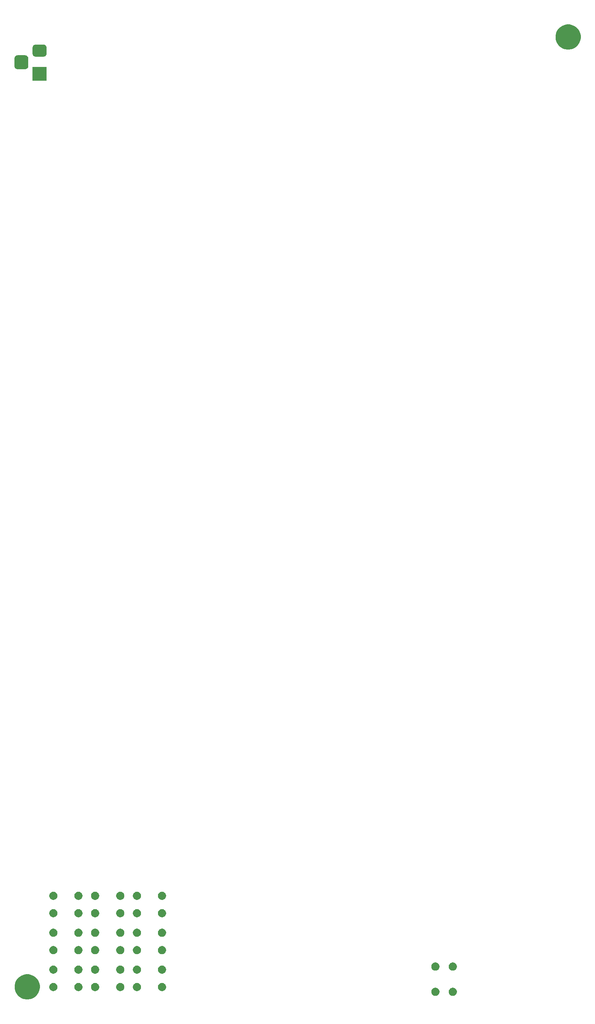
<source format=gbr>
G04 #@! TF.GenerationSoftware,KiCad,Pcbnew,(5.1.5)-3*
G04 #@! TF.CreationDate,2020-08-28T18:26:53+02:00*
G04 #@! TF.ProjectId,FetsAndCrosses,46657473-416e-4644-9372-6f737365732e,v0.1*
G04 #@! TF.SameCoordinates,Original*
G04 #@! TF.FileFunction,Soldermask,Bot*
G04 #@! TF.FilePolarity,Negative*
%FSLAX46Y46*%
G04 Gerber Fmt 4.6, Leading zero omitted, Abs format (unit mm)*
G04 Created by KiCad (PCBNEW (5.1.5)-3) date 2020-08-28 18:26:53*
%MOMM*%
%LPD*%
G04 APERTURE LIST*
%ADD10C,0.100000*%
G04 APERTURE END LIST*
D10*
G36*
X22859239Y-254621467D02*
G01*
X23173282Y-254683934D01*
X23764926Y-254929001D01*
X24297392Y-255284784D01*
X24750216Y-255737608D01*
X25105999Y-256270074D01*
X25351066Y-256861718D01*
X25351066Y-256861719D01*
X25476000Y-257489803D01*
X25476000Y-258130197D01*
X25449457Y-258263635D01*
X25351066Y-258758282D01*
X25105999Y-259349926D01*
X24750216Y-259882392D01*
X24297392Y-260335216D01*
X23764926Y-260690999D01*
X23173282Y-260936066D01*
X22859239Y-260998533D01*
X22545197Y-261061000D01*
X21904803Y-261061000D01*
X21590761Y-260998533D01*
X21276718Y-260936066D01*
X20685074Y-260690999D01*
X20152608Y-260335216D01*
X19699784Y-259882392D01*
X19344001Y-259349926D01*
X19098934Y-258758282D01*
X19000543Y-258263635D01*
X18974000Y-258130197D01*
X18974000Y-257489803D01*
X19098934Y-256861719D01*
X19098934Y-256861718D01*
X19344001Y-256270074D01*
X19699784Y-255737608D01*
X20152608Y-255284784D01*
X20685074Y-254929001D01*
X21276718Y-254683934D01*
X21590761Y-254621467D01*
X21904803Y-254559000D01*
X22545197Y-254559000D01*
X22859239Y-254621467D01*
G37*
G36*
X132441564Y-258069389D02*
G01*
X132632833Y-258148615D01*
X132632835Y-258148616D01*
X132724210Y-258209671D01*
X132804973Y-258263635D01*
X132951365Y-258410027D01*
X133066385Y-258582167D01*
X133145611Y-258773436D01*
X133186000Y-258976484D01*
X133186000Y-259183516D01*
X133145611Y-259386564D01*
X133114101Y-259462636D01*
X133066384Y-259577835D01*
X132951365Y-259749973D01*
X132804973Y-259896365D01*
X132632835Y-260011384D01*
X132632834Y-260011385D01*
X132632833Y-260011385D01*
X132441564Y-260090611D01*
X132238516Y-260131000D01*
X132031484Y-260131000D01*
X131828436Y-260090611D01*
X131637167Y-260011385D01*
X131637166Y-260011385D01*
X131637165Y-260011384D01*
X131465027Y-259896365D01*
X131318635Y-259749973D01*
X131203616Y-259577835D01*
X131155899Y-259462636D01*
X131124389Y-259386564D01*
X131084000Y-259183516D01*
X131084000Y-258976484D01*
X131124389Y-258773436D01*
X131203615Y-258582167D01*
X131318635Y-258410027D01*
X131465027Y-258263635D01*
X131545790Y-258209671D01*
X131637165Y-258148616D01*
X131637167Y-258148615D01*
X131828436Y-258069389D01*
X132031484Y-258029000D01*
X132238516Y-258029000D01*
X132441564Y-258069389D01*
G37*
G36*
X127941564Y-258069389D02*
G01*
X128132833Y-258148615D01*
X128132835Y-258148616D01*
X128224210Y-258209671D01*
X128304973Y-258263635D01*
X128451365Y-258410027D01*
X128566385Y-258582167D01*
X128645611Y-258773436D01*
X128686000Y-258976484D01*
X128686000Y-259183516D01*
X128645611Y-259386564D01*
X128614101Y-259462636D01*
X128566384Y-259577835D01*
X128451365Y-259749973D01*
X128304973Y-259896365D01*
X128132835Y-260011384D01*
X128132834Y-260011385D01*
X128132833Y-260011385D01*
X127941564Y-260090611D01*
X127738516Y-260131000D01*
X127531484Y-260131000D01*
X127328436Y-260090611D01*
X127137167Y-260011385D01*
X127137166Y-260011385D01*
X127137165Y-260011384D01*
X126965027Y-259896365D01*
X126818635Y-259749973D01*
X126703616Y-259577835D01*
X126655899Y-259462636D01*
X126624389Y-259386564D01*
X126584000Y-259183516D01*
X126584000Y-258976484D01*
X126624389Y-258773436D01*
X126703615Y-258582167D01*
X126818635Y-258410027D01*
X126965027Y-258263635D01*
X127045790Y-258209671D01*
X127137165Y-258148616D01*
X127137167Y-258148615D01*
X127328436Y-258069389D01*
X127531484Y-258029000D01*
X127738516Y-258029000D01*
X127941564Y-258069389D01*
G37*
G36*
X35762564Y-256854389D02*
G01*
X35953833Y-256933615D01*
X35953835Y-256933616D01*
X36125973Y-257048635D01*
X36272365Y-257195027D01*
X36387385Y-257367167D01*
X36466611Y-257558436D01*
X36507000Y-257761484D01*
X36507000Y-257968516D01*
X36466611Y-258171564D01*
X36429565Y-258261000D01*
X36387384Y-258362835D01*
X36272365Y-258534973D01*
X36125973Y-258681365D01*
X35953835Y-258796384D01*
X35953834Y-258796385D01*
X35953833Y-258796385D01*
X35762564Y-258875611D01*
X35559516Y-258916000D01*
X35352484Y-258916000D01*
X35149436Y-258875611D01*
X34958167Y-258796385D01*
X34958166Y-258796385D01*
X34958165Y-258796384D01*
X34786027Y-258681365D01*
X34639635Y-258534973D01*
X34524616Y-258362835D01*
X34482435Y-258261000D01*
X34445389Y-258171564D01*
X34405000Y-257968516D01*
X34405000Y-257761484D01*
X34445389Y-257558436D01*
X34524615Y-257367167D01*
X34639635Y-257195027D01*
X34786027Y-257048635D01*
X34958165Y-256933616D01*
X34958167Y-256933615D01*
X35149436Y-256854389D01*
X35352484Y-256814000D01*
X35559516Y-256814000D01*
X35762564Y-256854389D01*
G37*
G36*
X57352564Y-256854389D02*
G01*
X57543833Y-256933615D01*
X57543835Y-256933616D01*
X57715973Y-257048635D01*
X57862365Y-257195027D01*
X57977385Y-257367167D01*
X58056611Y-257558436D01*
X58097000Y-257761484D01*
X58097000Y-257968516D01*
X58056611Y-258171564D01*
X58019565Y-258261000D01*
X57977384Y-258362835D01*
X57862365Y-258534973D01*
X57715973Y-258681365D01*
X57543835Y-258796384D01*
X57543834Y-258796385D01*
X57543833Y-258796385D01*
X57352564Y-258875611D01*
X57149516Y-258916000D01*
X56942484Y-258916000D01*
X56739436Y-258875611D01*
X56548167Y-258796385D01*
X56548166Y-258796385D01*
X56548165Y-258796384D01*
X56376027Y-258681365D01*
X56229635Y-258534973D01*
X56114616Y-258362835D01*
X56072435Y-258261000D01*
X56035389Y-258171564D01*
X55995000Y-257968516D01*
X55995000Y-257761484D01*
X56035389Y-257558436D01*
X56114615Y-257367167D01*
X56229635Y-257195027D01*
X56376027Y-257048635D01*
X56548165Y-256933616D01*
X56548167Y-256933615D01*
X56739436Y-256854389D01*
X56942484Y-256814000D01*
X57149516Y-256814000D01*
X57352564Y-256854389D01*
G37*
G36*
X50852564Y-256854389D02*
G01*
X51043833Y-256933615D01*
X51043835Y-256933616D01*
X51215973Y-257048635D01*
X51362365Y-257195027D01*
X51477385Y-257367167D01*
X51556611Y-257558436D01*
X51597000Y-257761484D01*
X51597000Y-257968516D01*
X51556611Y-258171564D01*
X51519565Y-258261000D01*
X51477384Y-258362835D01*
X51362365Y-258534973D01*
X51215973Y-258681365D01*
X51043835Y-258796384D01*
X51043834Y-258796385D01*
X51043833Y-258796385D01*
X50852564Y-258875611D01*
X50649516Y-258916000D01*
X50442484Y-258916000D01*
X50239436Y-258875611D01*
X50048167Y-258796385D01*
X50048166Y-258796385D01*
X50048165Y-258796384D01*
X49876027Y-258681365D01*
X49729635Y-258534973D01*
X49614616Y-258362835D01*
X49572435Y-258261000D01*
X49535389Y-258171564D01*
X49495000Y-257968516D01*
X49495000Y-257761484D01*
X49535389Y-257558436D01*
X49614615Y-257367167D01*
X49729635Y-257195027D01*
X49876027Y-257048635D01*
X50048165Y-256933616D01*
X50048167Y-256933615D01*
X50239436Y-256854389D01*
X50442484Y-256814000D01*
X50649516Y-256814000D01*
X50852564Y-256854389D01*
G37*
G36*
X40057564Y-256854389D02*
G01*
X40248833Y-256933615D01*
X40248835Y-256933616D01*
X40420973Y-257048635D01*
X40567365Y-257195027D01*
X40682385Y-257367167D01*
X40761611Y-257558436D01*
X40802000Y-257761484D01*
X40802000Y-257968516D01*
X40761611Y-258171564D01*
X40724565Y-258261000D01*
X40682384Y-258362835D01*
X40567365Y-258534973D01*
X40420973Y-258681365D01*
X40248835Y-258796384D01*
X40248834Y-258796385D01*
X40248833Y-258796385D01*
X40057564Y-258875611D01*
X39854516Y-258916000D01*
X39647484Y-258916000D01*
X39444436Y-258875611D01*
X39253167Y-258796385D01*
X39253166Y-258796385D01*
X39253165Y-258796384D01*
X39081027Y-258681365D01*
X38934635Y-258534973D01*
X38819616Y-258362835D01*
X38777435Y-258261000D01*
X38740389Y-258171564D01*
X38700000Y-257968516D01*
X38700000Y-257761484D01*
X38740389Y-257558436D01*
X38819615Y-257367167D01*
X38934635Y-257195027D01*
X39081027Y-257048635D01*
X39253165Y-256933616D01*
X39253167Y-256933615D01*
X39444436Y-256854389D01*
X39647484Y-256814000D01*
X39854516Y-256814000D01*
X40057564Y-256854389D01*
G37*
G36*
X46557564Y-256854389D02*
G01*
X46748833Y-256933615D01*
X46748835Y-256933616D01*
X46920973Y-257048635D01*
X47067365Y-257195027D01*
X47182385Y-257367167D01*
X47261611Y-257558436D01*
X47302000Y-257761484D01*
X47302000Y-257968516D01*
X47261611Y-258171564D01*
X47224565Y-258261000D01*
X47182384Y-258362835D01*
X47067365Y-258534973D01*
X46920973Y-258681365D01*
X46748835Y-258796384D01*
X46748834Y-258796385D01*
X46748833Y-258796385D01*
X46557564Y-258875611D01*
X46354516Y-258916000D01*
X46147484Y-258916000D01*
X45944436Y-258875611D01*
X45753167Y-258796385D01*
X45753166Y-258796385D01*
X45753165Y-258796384D01*
X45581027Y-258681365D01*
X45434635Y-258534973D01*
X45319616Y-258362835D01*
X45277435Y-258261000D01*
X45240389Y-258171564D01*
X45200000Y-257968516D01*
X45200000Y-257761484D01*
X45240389Y-257558436D01*
X45319615Y-257367167D01*
X45434635Y-257195027D01*
X45581027Y-257048635D01*
X45753165Y-256933616D01*
X45753167Y-256933615D01*
X45944436Y-256854389D01*
X46147484Y-256814000D01*
X46354516Y-256814000D01*
X46557564Y-256854389D01*
G37*
G36*
X29262564Y-256854389D02*
G01*
X29453833Y-256933615D01*
X29453835Y-256933616D01*
X29625973Y-257048635D01*
X29772365Y-257195027D01*
X29887385Y-257367167D01*
X29966611Y-257558436D01*
X30007000Y-257761484D01*
X30007000Y-257968516D01*
X29966611Y-258171564D01*
X29929565Y-258261000D01*
X29887384Y-258362835D01*
X29772365Y-258534973D01*
X29625973Y-258681365D01*
X29453835Y-258796384D01*
X29453834Y-258796385D01*
X29453833Y-258796385D01*
X29262564Y-258875611D01*
X29059516Y-258916000D01*
X28852484Y-258916000D01*
X28649436Y-258875611D01*
X28458167Y-258796385D01*
X28458166Y-258796385D01*
X28458165Y-258796384D01*
X28286027Y-258681365D01*
X28139635Y-258534973D01*
X28024616Y-258362835D01*
X27982435Y-258261000D01*
X27945389Y-258171564D01*
X27905000Y-257968516D01*
X27905000Y-257761484D01*
X27945389Y-257558436D01*
X28024615Y-257367167D01*
X28139635Y-257195027D01*
X28286027Y-257048635D01*
X28458165Y-256933616D01*
X28458167Y-256933615D01*
X28649436Y-256854389D01*
X28852484Y-256814000D01*
X29059516Y-256814000D01*
X29262564Y-256854389D01*
G37*
G36*
X57352564Y-252354389D02*
G01*
X57543833Y-252433615D01*
X57543835Y-252433616D01*
X57607991Y-252476484D01*
X57715973Y-252548635D01*
X57862365Y-252695027D01*
X57977385Y-252867167D01*
X58056611Y-253058436D01*
X58097000Y-253261484D01*
X58097000Y-253468516D01*
X58056611Y-253671564D01*
X57977385Y-253862833D01*
X57977384Y-253862835D01*
X57862365Y-254034973D01*
X57715973Y-254181365D01*
X57543835Y-254296384D01*
X57543834Y-254296385D01*
X57543833Y-254296385D01*
X57352564Y-254375611D01*
X57149516Y-254416000D01*
X56942484Y-254416000D01*
X56739436Y-254375611D01*
X56548167Y-254296385D01*
X56548166Y-254296385D01*
X56548165Y-254296384D01*
X56376027Y-254181365D01*
X56229635Y-254034973D01*
X56114616Y-253862835D01*
X56114615Y-253862833D01*
X56035389Y-253671564D01*
X55995000Y-253468516D01*
X55995000Y-253261484D01*
X56035389Y-253058436D01*
X56114615Y-252867167D01*
X56229635Y-252695027D01*
X56376027Y-252548635D01*
X56484009Y-252476484D01*
X56548165Y-252433616D01*
X56548167Y-252433615D01*
X56739436Y-252354389D01*
X56942484Y-252314000D01*
X57149516Y-252314000D01*
X57352564Y-252354389D01*
G37*
G36*
X35762564Y-252354389D02*
G01*
X35953833Y-252433615D01*
X35953835Y-252433616D01*
X36017991Y-252476484D01*
X36125973Y-252548635D01*
X36272365Y-252695027D01*
X36387385Y-252867167D01*
X36466611Y-253058436D01*
X36507000Y-253261484D01*
X36507000Y-253468516D01*
X36466611Y-253671564D01*
X36387385Y-253862833D01*
X36387384Y-253862835D01*
X36272365Y-254034973D01*
X36125973Y-254181365D01*
X35953835Y-254296384D01*
X35953834Y-254296385D01*
X35953833Y-254296385D01*
X35762564Y-254375611D01*
X35559516Y-254416000D01*
X35352484Y-254416000D01*
X35149436Y-254375611D01*
X34958167Y-254296385D01*
X34958166Y-254296385D01*
X34958165Y-254296384D01*
X34786027Y-254181365D01*
X34639635Y-254034973D01*
X34524616Y-253862835D01*
X34524615Y-253862833D01*
X34445389Y-253671564D01*
X34405000Y-253468516D01*
X34405000Y-253261484D01*
X34445389Y-253058436D01*
X34524615Y-252867167D01*
X34639635Y-252695027D01*
X34786027Y-252548635D01*
X34894009Y-252476484D01*
X34958165Y-252433616D01*
X34958167Y-252433615D01*
X35149436Y-252354389D01*
X35352484Y-252314000D01*
X35559516Y-252314000D01*
X35762564Y-252354389D01*
G37*
G36*
X40057564Y-252354389D02*
G01*
X40248833Y-252433615D01*
X40248835Y-252433616D01*
X40312991Y-252476484D01*
X40420973Y-252548635D01*
X40567365Y-252695027D01*
X40682385Y-252867167D01*
X40761611Y-253058436D01*
X40802000Y-253261484D01*
X40802000Y-253468516D01*
X40761611Y-253671564D01*
X40682385Y-253862833D01*
X40682384Y-253862835D01*
X40567365Y-254034973D01*
X40420973Y-254181365D01*
X40248835Y-254296384D01*
X40248834Y-254296385D01*
X40248833Y-254296385D01*
X40057564Y-254375611D01*
X39854516Y-254416000D01*
X39647484Y-254416000D01*
X39444436Y-254375611D01*
X39253167Y-254296385D01*
X39253166Y-254296385D01*
X39253165Y-254296384D01*
X39081027Y-254181365D01*
X38934635Y-254034973D01*
X38819616Y-253862835D01*
X38819615Y-253862833D01*
X38740389Y-253671564D01*
X38700000Y-253468516D01*
X38700000Y-253261484D01*
X38740389Y-253058436D01*
X38819615Y-252867167D01*
X38934635Y-252695027D01*
X39081027Y-252548635D01*
X39189009Y-252476484D01*
X39253165Y-252433616D01*
X39253167Y-252433615D01*
X39444436Y-252354389D01*
X39647484Y-252314000D01*
X39854516Y-252314000D01*
X40057564Y-252354389D01*
G37*
G36*
X46557564Y-252354389D02*
G01*
X46748833Y-252433615D01*
X46748835Y-252433616D01*
X46812991Y-252476484D01*
X46920973Y-252548635D01*
X47067365Y-252695027D01*
X47182385Y-252867167D01*
X47261611Y-253058436D01*
X47302000Y-253261484D01*
X47302000Y-253468516D01*
X47261611Y-253671564D01*
X47182385Y-253862833D01*
X47182384Y-253862835D01*
X47067365Y-254034973D01*
X46920973Y-254181365D01*
X46748835Y-254296384D01*
X46748834Y-254296385D01*
X46748833Y-254296385D01*
X46557564Y-254375611D01*
X46354516Y-254416000D01*
X46147484Y-254416000D01*
X45944436Y-254375611D01*
X45753167Y-254296385D01*
X45753166Y-254296385D01*
X45753165Y-254296384D01*
X45581027Y-254181365D01*
X45434635Y-254034973D01*
X45319616Y-253862835D01*
X45319615Y-253862833D01*
X45240389Y-253671564D01*
X45200000Y-253468516D01*
X45200000Y-253261484D01*
X45240389Y-253058436D01*
X45319615Y-252867167D01*
X45434635Y-252695027D01*
X45581027Y-252548635D01*
X45689009Y-252476484D01*
X45753165Y-252433616D01*
X45753167Y-252433615D01*
X45944436Y-252354389D01*
X46147484Y-252314000D01*
X46354516Y-252314000D01*
X46557564Y-252354389D01*
G37*
G36*
X29262564Y-252354389D02*
G01*
X29453833Y-252433615D01*
X29453835Y-252433616D01*
X29517991Y-252476484D01*
X29625973Y-252548635D01*
X29772365Y-252695027D01*
X29887385Y-252867167D01*
X29966611Y-253058436D01*
X30007000Y-253261484D01*
X30007000Y-253468516D01*
X29966611Y-253671564D01*
X29887385Y-253862833D01*
X29887384Y-253862835D01*
X29772365Y-254034973D01*
X29625973Y-254181365D01*
X29453835Y-254296384D01*
X29453834Y-254296385D01*
X29453833Y-254296385D01*
X29262564Y-254375611D01*
X29059516Y-254416000D01*
X28852484Y-254416000D01*
X28649436Y-254375611D01*
X28458167Y-254296385D01*
X28458166Y-254296385D01*
X28458165Y-254296384D01*
X28286027Y-254181365D01*
X28139635Y-254034973D01*
X28024616Y-253862835D01*
X28024615Y-253862833D01*
X27945389Y-253671564D01*
X27905000Y-253468516D01*
X27905000Y-253261484D01*
X27945389Y-253058436D01*
X28024615Y-252867167D01*
X28139635Y-252695027D01*
X28286027Y-252548635D01*
X28394009Y-252476484D01*
X28458165Y-252433616D01*
X28458167Y-252433615D01*
X28649436Y-252354389D01*
X28852484Y-252314000D01*
X29059516Y-252314000D01*
X29262564Y-252354389D01*
G37*
G36*
X50852564Y-252354389D02*
G01*
X51043833Y-252433615D01*
X51043835Y-252433616D01*
X51107991Y-252476484D01*
X51215973Y-252548635D01*
X51362365Y-252695027D01*
X51477385Y-252867167D01*
X51556611Y-253058436D01*
X51597000Y-253261484D01*
X51597000Y-253468516D01*
X51556611Y-253671564D01*
X51477385Y-253862833D01*
X51477384Y-253862835D01*
X51362365Y-254034973D01*
X51215973Y-254181365D01*
X51043835Y-254296384D01*
X51043834Y-254296385D01*
X51043833Y-254296385D01*
X50852564Y-254375611D01*
X50649516Y-254416000D01*
X50442484Y-254416000D01*
X50239436Y-254375611D01*
X50048167Y-254296385D01*
X50048166Y-254296385D01*
X50048165Y-254296384D01*
X49876027Y-254181365D01*
X49729635Y-254034973D01*
X49614616Y-253862835D01*
X49614615Y-253862833D01*
X49535389Y-253671564D01*
X49495000Y-253468516D01*
X49495000Y-253261484D01*
X49535389Y-253058436D01*
X49614615Y-252867167D01*
X49729635Y-252695027D01*
X49876027Y-252548635D01*
X49984009Y-252476484D01*
X50048165Y-252433616D01*
X50048167Y-252433615D01*
X50239436Y-252354389D01*
X50442484Y-252314000D01*
X50649516Y-252314000D01*
X50852564Y-252354389D01*
G37*
G36*
X127941564Y-251569389D02*
G01*
X128132833Y-251648615D01*
X128132835Y-251648616D01*
X128304973Y-251763635D01*
X128451365Y-251910027D01*
X128566385Y-252082167D01*
X128645611Y-252273436D01*
X128686000Y-252476484D01*
X128686000Y-252683516D01*
X128645611Y-252886564D01*
X128574420Y-253058435D01*
X128566384Y-253077835D01*
X128451365Y-253249973D01*
X128304973Y-253396365D01*
X128132835Y-253511384D01*
X128132834Y-253511385D01*
X128132833Y-253511385D01*
X127941564Y-253590611D01*
X127738516Y-253631000D01*
X127531484Y-253631000D01*
X127328436Y-253590611D01*
X127137167Y-253511385D01*
X127137166Y-253511385D01*
X127137165Y-253511384D01*
X126965027Y-253396365D01*
X126818635Y-253249973D01*
X126703616Y-253077835D01*
X126695580Y-253058435D01*
X126624389Y-252886564D01*
X126584000Y-252683516D01*
X126584000Y-252476484D01*
X126624389Y-252273436D01*
X126703615Y-252082167D01*
X126818635Y-251910027D01*
X126965027Y-251763635D01*
X127137165Y-251648616D01*
X127137167Y-251648615D01*
X127328436Y-251569389D01*
X127531484Y-251529000D01*
X127738516Y-251529000D01*
X127941564Y-251569389D01*
G37*
G36*
X132441564Y-251569389D02*
G01*
X132632833Y-251648615D01*
X132632835Y-251648616D01*
X132804973Y-251763635D01*
X132951365Y-251910027D01*
X133066385Y-252082167D01*
X133145611Y-252273436D01*
X133186000Y-252476484D01*
X133186000Y-252683516D01*
X133145611Y-252886564D01*
X133074420Y-253058435D01*
X133066384Y-253077835D01*
X132951365Y-253249973D01*
X132804973Y-253396365D01*
X132632835Y-253511384D01*
X132632834Y-253511385D01*
X132632833Y-253511385D01*
X132441564Y-253590611D01*
X132238516Y-253631000D01*
X132031484Y-253631000D01*
X131828436Y-253590611D01*
X131637167Y-253511385D01*
X131637166Y-253511385D01*
X131637165Y-253511384D01*
X131465027Y-253396365D01*
X131318635Y-253249973D01*
X131203616Y-253077835D01*
X131195580Y-253058435D01*
X131124389Y-252886564D01*
X131084000Y-252683516D01*
X131084000Y-252476484D01*
X131124389Y-252273436D01*
X131203615Y-252082167D01*
X131318635Y-251910027D01*
X131465027Y-251763635D01*
X131637165Y-251648616D01*
X131637167Y-251648615D01*
X131828436Y-251569389D01*
X132031484Y-251529000D01*
X132238516Y-251529000D01*
X132441564Y-251569389D01*
G37*
G36*
X35762564Y-247329389D02*
G01*
X35953833Y-247408615D01*
X35953835Y-247408616D01*
X36125973Y-247523635D01*
X36272365Y-247670027D01*
X36387385Y-247842167D01*
X36466611Y-248033436D01*
X36507000Y-248236484D01*
X36507000Y-248443516D01*
X36466611Y-248646564D01*
X36387385Y-248837833D01*
X36387384Y-248837835D01*
X36272365Y-249009973D01*
X36125973Y-249156365D01*
X35953835Y-249271384D01*
X35953834Y-249271385D01*
X35953833Y-249271385D01*
X35762564Y-249350611D01*
X35559516Y-249391000D01*
X35352484Y-249391000D01*
X35149436Y-249350611D01*
X34958167Y-249271385D01*
X34958166Y-249271385D01*
X34958165Y-249271384D01*
X34786027Y-249156365D01*
X34639635Y-249009973D01*
X34524616Y-248837835D01*
X34524615Y-248837833D01*
X34445389Y-248646564D01*
X34405000Y-248443516D01*
X34405000Y-248236484D01*
X34445389Y-248033436D01*
X34524615Y-247842167D01*
X34639635Y-247670027D01*
X34786027Y-247523635D01*
X34958165Y-247408616D01*
X34958167Y-247408615D01*
X35149436Y-247329389D01*
X35352484Y-247289000D01*
X35559516Y-247289000D01*
X35762564Y-247329389D01*
G37*
G36*
X40057564Y-247329389D02*
G01*
X40248833Y-247408615D01*
X40248835Y-247408616D01*
X40420973Y-247523635D01*
X40567365Y-247670027D01*
X40682385Y-247842167D01*
X40761611Y-248033436D01*
X40802000Y-248236484D01*
X40802000Y-248443516D01*
X40761611Y-248646564D01*
X40682385Y-248837833D01*
X40682384Y-248837835D01*
X40567365Y-249009973D01*
X40420973Y-249156365D01*
X40248835Y-249271384D01*
X40248834Y-249271385D01*
X40248833Y-249271385D01*
X40057564Y-249350611D01*
X39854516Y-249391000D01*
X39647484Y-249391000D01*
X39444436Y-249350611D01*
X39253167Y-249271385D01*
X39253166Y-249271385D01*
X39253165Y-249271384D01*
X39081027Y-249156365D01*
X38934635Y-249009973D01*
X38819616Y-248837835D01*
X38819615Y-248837833D01*
X38740389Y-248646564D01*
X38700000Y-248443516D01*
X38700000Y-248236484D01*
X38740389Y-248033436D01*
X38819615Y-247842167D01*
X38934635Y-247670027D01*
X39081027Y-247523635D01*
X39253165Y-247408616D01*
X39253167Y-247408615D01*
X39444436Y-247329389D01*
X39647484Y-247289000D01*
X39854516Y-247289000D01*
X40057564Y-247329389D01*
G37*
G36*
X29262564Y-247329389D02*
G01*
X29453833Y-247408615D01*
X29453835Y-247408616D01*
X29625973Y-247523635D01*
X29772365Y-247670027D01*
X29887385Y-247842167D01*
X29966611Y-248033436D01*
X30007000Y-248236484D01*
X30007000Y-248443516D01*
X29966611Y-248646564D01*
X29887385Y-248837833D01*
X29887384Y-248837835D01*
X29772365Y-249009973D01*
X29625973Y-249156365D01*
X29453835Y-249271384D01*
X29453834Y-249271385D01*
X29453833Y-249271385D01*
X29262564Y-249350611D01*
X29059516Y-249391000D01*
X28852484Y-249391000D01*
X28649436Y-249350611D01*
X28458167Y-249271385D01*
X28458166Y-249271385D01*
X28458165Y-249271384D01*
X28286027Y-249156365D01*
X28139635Y-249009973D01*
X28024616Y-248837835D01*
X28024615Y-248837833D01*
X27945389Y-248646564D01*
X27905000Y-248443516D01*
X27905000Y-248236484D01*
X27945389Y-248033436D01*
X28024615Y-247842167D01*
X28139635Y-247670027D01*
X28286027Y-247523635D01*
X28458165Y-247408616D01*
X28458167Y-247408615D01*
X28649436Y-247329389D01*
X28852484Y-247289000D01*
X29059516Y-247289000D01*
X29262564Y-247329389D01*
G37*
G36*
X57352564Y-247329389D02*
G01*
X57543833Y-247408615D01*
X57543835Y-247408616D01*
X57715973Y-247523635D01*
X57862365Y-247670027D01*
X57977385Y-247842167D01*
X58056611Y-248033436D01*
X58097000Y-248236484D01*
X58097000Y-248443516D01*
X58056611Y-248646564D01*
X57977385Y-248837833D01*
X57977384Y-248837835D01*
X57862365Y-249009973D01*
X57715973Y-249156365D01*
X57543835Y-249271384D01*
X57543834Y-249271385D01*
X57543833Y-249271385D01*
X57352564Y-249350611D01*
X57149516Y-249391000D01*
X56942484Y-249391000D01*
X56739436Y-249350611D01*
X56548167Y-249271385D01*
X56548166Y-249271385D01*
X56548165Y-249271384D01*
X56376027Y-249156365D01*
X56229635Y-249009973D01*
X56114616Y-248837835D01*
X56114615Y-248837833D01*
X56035389Y-248646564D01*
X55995000Y-248443516D01*
X55995000Y-248236484D01*
X56035389Y-248033436D01*
X56114615Y-247842167D01*
X56229635Y-247670027D01*
X56376027Y-247523635D01*
X56548165Y-247408616D01*
X56548167Y-247408615D01*
X56739436Y-247329389D01*
X56942484Y-247289000D01*
X57149516Y-247289000D01*
X57352564Y-247329389D01*
G37*
G36*
X50852564Y-247329389D02*
G01*
X51043833Y-247408615D01*
X51043835Y-247408616D01*
X51215973Y-247523635D01*
X51362365Y-247670027D01*
X51477385Y-247842167D01*
X51556611Y-248033436D01*
X51597000Y-248236484D01*
X51597000Y-248443516D01*
X51556611Y-248646564D01*
X51477385Y-248837833D01*
X51477384Y-248837835D01*
X51362365Y-249009973D01*
X51215973Y-249156365D01*
X51043835Y-249271384D01*
X51043834Y-249271385D01*
X51043833Y-249271385D01*
X50852564Y-249350611D01*
X50649516Y-249391000D01*
X50442484Y-249391000D01*
X50239436Y-249350611D01*
X50048167Y-249271385D01*
X50048166Y-249271385D01*
X50048165Y-249271384D01*
X49876027Y-249156365D01*
X49729635Y-249009973D01*
X49614616Y-248837835D01*
X49614615Y-248837833D01*
X49535389Y-248646564D01*
X49495000Y-248443516D01*
X49495000Y-248236484D01*
X49535389Y-248033436D01*
X49614615Y-247842167D01*
X49729635Y-247670027D01*
X49876027Y-247523635D01*
X50048165Y-247408616D01*
X50048167Y-247408615D01*
X50239436Y-247329389D01*
X50442484Y-247289000D01*
X50649516Y-247289000D01*
X50852564Y-247329389D01*
G37*
G36*
X46557564Y-247329389D02*
G01*
X46748833Y-247408615D01*
X46748835Y-247408616D01*
X46920973Y-247523635D01*
X47067365Y-247670027D01*
X47182385Y-247842167D01*
X47261611Y-248033436D01*
X47302000Y-248236484D01*
X47302000Y-248443516D01*
X47261611Y-248646564D01*
X47182385Y-248837833D01*
X47182384Y-248837835D01*
X47067365Y-249009973D01*
X46920973Y-249156365D01*
X46748835Y-249271384D01*
X46748834Y-249271385D01*
X46748833Y-249271385D01*
X46557564Y-249350611D01*
X46354516Y-249391000D01*
X46147484Y-249391000D01*
X45944436Y-249350611D01*
X45753167Y-249271385D01*
X45753166Y-249271385D01*
X45753165Y-249271384D01*
X45581027Y-249156365D01*
X45434635Y-249009973D01*
X45319616Y-248837835D01*
X45319615Y-248837833D01*
X45240389Y-248646564D01*
X45200000Y-248443516D01*
X45200000Y-248236484D01*
X45240389Y-248033436D01*
X45319615Y-247842167D01*
X45434635Y-247670027D01*
X45581027Y-247523635D01*
X45753165Y-247408616D01*
X45753167Y-247408615D01*
X45944436Y-247329389D01*
X46147484Y-247289000D01*
X46354516Y-247289000D01*
X46557564Y-247329389D01*
G37*
G36*
X40057564Y-242829389D02*
G01*
X40248833Y-242908615D01*
X40248835Y-242908616D01*
X40420973Y-243023635D01*
X40567365Y-243170027D01*
X40682385Y-243342167D01*
X40761611Y-243533436D01*
X40802000Y-243736484D01*
X40802000Y-243943516D01*
X40761611Y-244146564D01*
X40682385Y-244337833D01*
X40682384Y-244337835D01*
X40567365Y-244509973D01*
X40420973Y-244656365D01*
X40248835Y-244771384D01*
X40248834Y-244771385D01*
X40248833Y-244771385D01*
X40057564Y-244850611D01*
X39854516Y-244891000D01*
X39647484Y-244891000D01*
X39444436Y-244850611D01*
X39253167Y-244771385D01*
X39253166Y-244771385D01*
X39253165Y-244771384D01*
X39081027Y-244656365D01*
X38934635Y-244509973D01*
X38819616Y-244337835D01*
X38819615Y-244337833D01*
X38740389Y-244146564D01*
X38700000Y-243943516D01*
X38700000Y-243736484D01*
X38740389Y-243533436D01*
X38819615Y-243342167D01*
X38934635Y-243170027D01*
X39081027Y-243023635D01*
X39253165Y-242908616D01*
X39253167Y-242908615D01*
X39444436Y-242829389D01*
X39647484Y-242789000D01*
X39854516Y-242789000D01*
X40057564Y-242829389D01*
G37*
G36*
X29262564Y-242829389D02*
G01*
X29453833Y-242908615D01*
X29453835Y-242908616D01*
X29625973Y-243023635D01*
X29772365Y-243170027D01*
X29887385Y-243342167D01*
X29966611Y-243533436D01*
X30007000Y-243736484D01*
X30007000Y-243943516D01*
X29966611Y-244146564D01*
X29887385Y-244337833D01*
X29887384Y-244337835D01*
X29772365Y-244509973D01*
X29625973Y-244656365D01*
X29453835Y-244771384D01*
X29453834Y-244771385D01*
X29453833Y-244771385D01*
X29262564Y-244850611D01*
X29059516Y-244891000D01*
X28852484Y-244891000D01*
X28649436Y-244850611D01*
X28458167Y-244771385D01*
X28458166Y-244771385D01*
X28458165Y-244771384D01*
X28286027Y-244656365D01*
X28139635Y-244509973D01*
X28024616Y-244337835D01*
X28024615Y-244337833D01*
X27945389Y-244146564D01*
X27905000Y-243943516D01*
X27905000Y-243736484D01*
X27945389Y-243533436D01*
X28024615Y-243342167D01*
X28139635Y-243170027D01*
X28286027Y-243023635D01*
X28458165Y-242908616D01*
X28458167Y-242908615D01*
X28649436Y-242829389D01*
X28852484Y-242789000D01*
X29059516Y-242789000D01*
X29262564Y-242829389D01*
G37*
G36*
X46557564Y-242829389D02*
G01*
X46748833Y-242908615D01*
X46748835Y-242908616D01*
X46920973Y-243023635D01*
X47067365Y-243170027D01*
X47182385Y-243342167D01*
X47261611Y-243533436D01*
X47302000Y-243736484D01*
X47302000Y-243943516D01*
X47261611Y-244146564D01*
X47182385Y-244337833D01*
X47182384Y-244337835D01*
X47067365Y-244509973D01*
X46920973Y-244656365D01*
X46748835Y-244771384D01*
X46748834Y-244771385D01*
X46748833Y-244771385D01*
X46557564Y-244850611D01*
X46354516Y-244891000D01*
X46147484Y-244891000D01*
X45944436Y-244850611D01*
X45753167Y-244771385D01*
X45753166Y-244771385D01*
X45753165Y-244771384D01*
X45581027Y-244656365D01*
X45434635Y-244509973D01*
X45319616Y-244337835D01*
X45319615Y-244337833D01*
X45240389Y-244146564D01*
X45200000Y-243943516D01*
X45200000Y-243736484D01*
X45240389Y-243533436D01*
X45319615Y-243342167D01*
X45434635Y-243170027D01*
X45581027Y-243023635D01*
X45753165Y-242908616D01*
X45753167Y-242908615D01*
X45944436Y-242829389D01*
X46147484Y-242789000D01*
X46354516Y-242789000D01*
X46557564Y-242829389D01*
G37*
G36*
X35762564Y-242829389D02*
G01*
X35953833Y-242908615D01*
X35953835Y-242908616D01*
X36125973Y-243023635D01*
X36272365Y-243170027D01*
X36387385Y-243342167D01*
X36466611Y-243533436D01*
X36507000Y-243736484D01*
X36507000Y-243943516D01*
X36466611Y-244146564D01*
X36387385Y-244337833D01*
X36387384Y-244337835D01*
X36272365Y-244509973D01*
X36125973Y-244656365D01*
X35953835Y-244771384D01*
X35953834Y-244771385D01*
X35953833Y-244771385D01*
X35762564Y-244850611D01*
X35559516Y-244891000D01*
X35352484Y-244891000D01*
X35149436Y-244850611D01*
X34958167Y-244771385D01*
X34958166Y-244771385D01*
X34958165Y-244771384D01*
X34786027Y-244656365D01*
X34639635Y-244509973D01*
X34524616Y-244337835D01*
X34524615Y-244337833D01*
X34445389Y-244146564D01*
X34405000Y-243943516D01*
X34405000Y-243736484D01*
X34445389Y-243533436D01*
X34524615Y-243342167D01*
X34639635Y-243170027D01*
X34786027Y-243023635D01*
X34958165Y-242908616D01*
X34958167Y-242908615D01*
X35149436Y-242829389D01*
X35352484Y-242789000D01*
X35559516Y-242789000D01*
X35762564Y-242829389D01*
G37*
G36*
X50852564Y-242829389D02*
G01*
X51043833Y-242908615D01*
X51043835Y-242908616D01*
X51215973Y-243023635D01*
X51362365Y-243170027D01*
X51477385Y-243342167D01*
X51556611Y-243533436D01*
X51597000Y-243736484D01*
X51597000Y-243943516D01*
X51556611Y-244146564D01*
X51477385Y-244337833D01*
X51477384Y-244337835D01*
X51362365Y-244509973D01*
X51215973Y-244656365D01*
X51043835Y-244771384D01*
X51043834Y-244771385D01*
X51043833Y-244771385D01*
X50852564Y-244850611D01*
X50649516Y-244891000D01*
X50442484Y-244891000D01*
X50239436Y-244850611D01*
X50048167Y-244771385D01*
X50048166Y-244771385D01*
X50048165Y-244771384D01*
X49876027Y-244656365D01*
X49729635Y-244509973D01*
X49614616Y-244337835D01*
X49614615Y-244337833D01*
X49535389Y-244146564D01*
X49495000Y-243943516D01*
X49495000Y-243736484D01*
X49535389Y-243533436D01*
X49614615Y-243342167D01*
X49729635Y-243170027D01*
X49876027Y-243023635D01*
X50048165Y-242908616D01*
X50048167Y-242908615D01*
X50239436Y-242829389D01*
X50442484Y-242789000D01*
X50649516Y-242789000D01*
X50852564Y-242829389D01*
G37*
G36*
X57352564Y-242829389D02*
G01*
X57543833Y-242908615D01*
X57543835Y-242908616D01*
X57715973Y-243023635D01*
X57862365Y-243170027D01*
X57977385Y-243342167D01*
X58056611Y-243533436D01*
X58097000Y-243736484D01*
X58097000Y-243943516D01*
X58056611Y-244146564D01*
X57977385Y-244337833D01*
X57977384Y-244337835D01*
X57862365Y-244509973D01*
X57715973Y-244656365D01*
X57543835Y-244771384D01*
X57543834Y-244771385D01*
X57543833Y-244771385D01*
X57352564Y-244850611D01*
X57149516Y-244891000D01*
X56942484Y-244891000D01*
X56739436Y-244850611D01*
X56548167Y-244771385D01*
X56548166Y-244771385D01*
X56548165Y-244771384D01*
X56376027Y-244656365D01*
X56229635Y-244509973D01*
X56114616Y-244337835D01*
X56114615Y-244337833D01*
X56035389Y-244146564D01*
X55995000Y-243943516D01*
X55995000Y-243736484D01*
X56035389Y-243533436D01*
X56114615Y-243342167D01*
X56229635Y-243170027D01*
X56376027Y-243023635D01*
X56548165Y-242908616D01*
X56548167Y-242908615D01*
X56739436Y-242829389D01*
X56942484Y-242789000D01*
X57149516Y-242789000D01*
X57352564Y-242829389D01*
G37*
G36*
X29262564Y-237804389D02*
G01*
X29453833Y-237883615D01*
X29453835Y-237883616D01*
X29625973Y-237998635D01*
X29772365Y-238145027D01*
X29887385Y-238317167D01*
X29966611Y-238508436D01*
X30007000Y-238711484D01*
X30007000Y-238918516D01*
X29966611Y-239121564D01*
X29887385Y-239312833D01*
X29887384Y-239312835D01*
X29772365Y-239484973D01*
X29625973Y-239631365D01*
X29453835Y-239746384D01*
X29453834Y-239746385D01*
X29453833Y-239746385D01*
X29262564Y-239825611D01*
X29059516Y-239866000D01*
X28852484Y-239866000D01*
X28649436Y-239825611D01*
X28458167Y-239746385D01*
X28458166Y-239746385D01*
X28458165Y-239746384D01*
X28286027Y-239631365D01*
X28139635Y-239484973D01*
X28024616Y-239312835D01*
X28024615Y-239312833D01*
X27945389Y-239121564D01*
X27905000Y-238918516D01*
X27905000Y-238711484D01*
X27945389Y-238508436D01*
X28024615Y-238317167D01*
X28139635Y-238145027D01*
X28286027Y-237998635D01*
X28458165Y-237883616D01*
X28458167Y-237883615D01*
X28649436Y-237804389D01*
X28852484Y-237764000D01*
X29059516Y-237764000D01*
X29262564Y-237804389D01*
G37*
G36*
X46557564Y-237804389D02*
G01*
X46748833Y-237883615D01*
X46748835Y-237883616D01*
X46920973Y-237998635D01*
X47067365Y-238145027D01*
X47182385Y-238317167D01*
X47261611Y-238508436D01*
X47302000Y-238711484D01*
X47302000Y-238918516D01*
X47261611Y-239121564D01*
X47182385Y-239312833D01*
X47182384Y-239312835D01*
X47067365Y-239484973D01*
X46920973Y-239631365D01*
X46748835Y-239746384D01*
X46748834Y-239746385D01*
X46748833Y-239746385D01*
X46557564Y-239825611D01*
X46354516Y-239866000D01*
X46147484Y-239866000D01*
X45944436Y-239825611D01*
X45753167Y-239746385D01*
X45753166Y-239746385D01*
X45753165Y-239746384D01*
X45581027Y-239631365D01*
X45434635Y-239484973D01*
X45319616Y-239312835D01*
X45319615Y-239312833D01*
X45240389Y-239121564D01*
X45200000Y-238918516D01*
X45200000Y-238711484D01*
X45240389Y-238508436D01*
X45319615Y-238317167D01*
X45434635Y-238145027D01*
X45581027Y-237998635D01*
X45753165Y-237883616D01*
X45753167Y-237883615D01*
X45944436Y-237804389D01*
X46147484Y-237764000D01*
X46354516Y-237764000D01*
X46557564Y-237804389D01*
G37*
G36*
X40057564Y-237804389D02*
G01*
X40248833Y-237883615D01*
X40248835Y-237883616D01*
X40420973Y-237998635D01*
X40567365Y-238145027D01*
X40682385Y-238317167D01*
X40761611Y-238508436D01*
X40802000Y-238711484D01*
X40802000Y-238918516D01*
X40761611Y-239121564D01*
X40682385Y-239312833D01*
X40682384Y-239312835D01*
X40567365Y-239484973D01*
X40420973Y-239631365D01*
X40248835Y-239746384D01*
X40248834Y-239746385D01*
X40248833Y-239746385D01*
X40057564Y-239825611D01*
X39854516Y-239866000D01*
X39647484Y-239866000D01*
X39444436Y-239825611D01*
X39253167Y-239746385D01*
X39253166Y-239746385D01*
X39253165Y-239746384D01*
X39081027Y-239631365D01*
X38934635Y-239484973D01*
X38819616Y-239312835D01*
X38819615Y-239312833D01*
X38740389Y-239121564D01*
X38700000Y-238918516D01*
X38700000Y-238711484D01*
X38740389Y-238508436D01*
X38819615Y-238317167D01*
X38934635Y-238145027D01*
X39081027Y-237998635D01*
X39253165Y-237883616D01*
X39253167Y-237883615D01*
X39444436Y-237804389D01*
X39647484Y-237764000D01*
X39854516Y-237764000D01*
X40057564Y-237804389D01*
G37*
G36*
X35762564Y-237804389D02*
G01*
X35953833Y-237883615D01*
X35953835Y-237883616D01*
X36125973Y-237998635D01*
X36272365Y-238145027D01*
X36387385Y-238317167D01*
X36466611Y-238508436D01*
X36507000Y-238711484D01*
X36507000Y-238918516D01*
X36466611Y-239121564D01*
X36387385Y-239312833D01*
X36387384Y-239312835D01*
X36272365Y-239484973D01*
X36125973Y-239631365D01*
X35953835Y-239746384D01*
X35953834Y-239746385D01*
X35953833Y-239746385D01*
X35762564Y-239825611D01*
X35559516Y-239866000D01*
X35352484Y-239866000D01*
X35149436Y-239825611D01*
X34958167Y-239746385D01*
X34958166Y-239746385D01*
X34958165Y-239746384D01*
X34786027Y-239631365D01*
X34639635Y-239484973D01*
X34524616Y-239312835D01*
X34524615Y-239312833D01*
X34445389Y-239121564D01*
X34405000Y-238918516D01*
X34405000Y-238711484D01*
X34445389Y-238508436D01*
X34524615Y-238317167D01*
X34639635Y-238145027D01*
X34786027Y-237998635D01*
X34958165Y-237883616D01*
X34958167Y-237883615D01*
X35149436Y-237804389D01*
X35352484Y-237764000D01*
X35559516Y-237764000D01*
X35762564Y-237804389D01*
G37*
G36*
X57352564Y-237804389D02*
G01*
X57543833Y-237883615D01*
X57543835Y-237883616D01*
X57715973Y-237998635D01*
X57862365Y-238145027D01*
X57977385Y-238317167D01*
X58056611Y-238508436D01*
X58097000Y-238711484D01*
X58097000Y-238918516D01*
X58056611Y-239121564D01*
X57977385Y-239312833D01*
X57977384Y-239312835D01*
X57862365Y-239484973D01*
X57715973Y-239631365D01*
X57543835Y-239746384D01*
X57543834Y-239746385D01*
X57543833Y-239746385D01*
X57352564Y-239825611D01*
X57149516Y-239866000D01*
X56942484Y-239866000D01*
X56739436Y-239825611D01*
X56548167Y-239746385D01*
X56548166Y-239746385D01*
X56548165Y-239746384D01*
X56376027Y-239631365D01*
X56229635Y-239484973D01*
X56114616Y-239312835D01*
X56114615Y-239312833D01*
X56035389Y-239121564D01*
X55995000Y-238918516D01*
X55995000Y-238711484D01*
X56035389Y-238508436D01*
X56114615Y-238317167D01*
X56229635Y-238145027D01*
X56376027Y-237998635D01*
X56548165Y-237883616D01*
X56548167Y-237883615D01*
X56739436Y-237804389D01*
X56942484Y-237764000D01*
X57149516Y-237764000D01*
X57352564Y-237804389D01*
G37*
G36*
X50852564Y-237804389D02*
G01*
X51043833Y-237883615D01*
X51043835Y-237883616D01*
X51215973Y-237998635D01*
X51362365Y-238145027D01*
X51477385Y-238317167D01*
X51556611Y-238508436D01*
X51597000Y-238711484D01*
X51597000Y-238918516D01*
X51556611Y-239121564D01*
X51477385Y-239312833D01*
X51477384Y-239312835D01*
X51362365Y-239484973D01*
X51215973Y-239631365D01*
X51043835Y-239746384D01*
X51043834Y-239746385D01*
X51043833Y-239746385D01*
X50852564Y-239825611D01*
X50649516Y-239866000D01*
X50442484Y-239866000D01*
X50239436Y-239825611D01*
X50048167Y-239746385D01*
X50048166Y-239746385D01*
X50048165Y-239746384D01*
X49876027Y-239631365D01*
X49729635Y-239484973D01*
X49614616Y-239312835D01*
X49614615Y-239312833D01*
X49535389Y-239121564D01*
X49495000Y-238918516D01*
X49495000Y-238711484D01*
X49535389Y-238508436D01*
X49614615Y-238317167D01*
X49729635Y-238145027D01*
X49876027Y-237998635D01*
X50048165Y-237883616D01*
X50048167Y-237883615D01*
X50239436Y-237804389D01*
X50442484Y-237764000D01*
X50649516Y-237764000D01*
X50852564Y-237804389D01*
G37*
G36*
X50852564Y-233304389D02*
G01*
X51043833Y-233383615D01*
X51043835Y-233383616D01*
X51215973Y-233498635D01*
X51362365Y-233645027D01*
X51477385Y-233817167D01*
X51556611Y-234008436D01*
X51597000Y-234211484D01*
X51597000Y-234418516D01*
X51556611Y-234621564D01*
X51477385Y-234812833D01*
X51477384Y-234812835D01*
X51362365Y-234984973D01*
X51215973Y-235131365D01*
X51043835Y-235246384D01*
X51043834Y-235246385D01*
X51043833Y-235246385D01*
X50852564Y-235325611D01*
X50649516Y-235366000D01*
X50442484Y-235366000D01*
X50239436Y-235325611D01*
X50048167Y-235246385D01*
X50048166Y-235246385D01*
X50048165Y-235246384D01*
X49876027Y-235131365D01*
X49729635Y-234984973D01*
X49614616Y-234812835D01*
X49614615Y-234812833D01*
X49535389Y-234621564D01*
X49495000Y-234418516D01*
X49495000Y-234211484D01*
X49535389Y-234008436D01*
X49614615Y-233817167D01*
X49729635Y-233645027D01*
X49876027Y-233498635D01*
X50048165Y-233383616D01*
X50048167Y-233383615D01*
X50239436Y-233304389D01*
X50442484Y-233264000D01*
X50649516Y-233264000D01*
X50852564Y-233304389D01*
G37*
G36*
X57352564Y-233304389D02*
G01*
X57543833Y-233383615D01*
X57543835Y-233383616D01*
X57715973Y-233498635D01*
X57862365Y-233645027D01*
X57977385Y-233817167D01*
X58056611Y-234008436D01*
X58097000Y-234211484D01*
X58097000Y-234418516D01*
X58056611Y-234621564D01*
X57977385Y-234812833D01*
X57977384Y-234812835D01*
X57862365Y-234984973D01*
X57715973Y-235131365D01*
X57543835Y-235246384D01*
X57543834Y-235246385D01*
X57543833Y-235246385D01*
X57352564Y-235325611D01*
X57149516Y-235366000D01*
X56942484Y-235366000D01*
X56739436Y-235325611D01*
X56548167Y-235246385D01*
X56548166Y-235246385D01*
X56548165Y-235246384D01*
X56376027Y-235131365D01*
X56229635Y-234984973D01*
X56114616Y-234812835D01*
X56114615Y-234812833D01*
X56035389Y-234621564D01*
X55995000Y-234418516D01*
X55995000Y-234211484D01*
X56035389Y-234008436D01*
X56114615Y-233817167D01*
X56229635Y-233645027D01*
X56376027Y-233498635D01*
X56548165Y-233383616D01*
X56548167Y-233383615D01*
X56739436Y-233304389D01*
X56942484Y-233264000D01*
X57149516Y-233264000D01*
X57352564Y-233304389D01*
G37*
G36*
X35762564Y-233304389D02*
G01*
X35953833Y-233383615D01*
X35953835Y-233383616D01*
X36125973Y-233498635D01*
X36272365Y-233645027D01*
X36387385Y-233817167D01*
X36466611Y-234008436D01*
X36507000Y-234211484D01*
X36507000Y-234418516D01*
X36466611Y-234621564D01*
X36387385Y-234812833D01*
X36387384Y-234812835D01*
X36272365Y-234984973D01*
X36125973Y-235131365D01*
X35953835Y-235246384D01*
X35953834Y-235246385D01*
X35953833Y-235246385D01*
X35762564Y-235325611D01*
X35559516Y-235366000D01*
X35352484Y-235366000D01*
X35149436Y-235325611D01*
X34958167Y-235246385D01*
X34958166Y-235246385D01*
X34958165Y-235246384D01*
X34786027Y-235131365D01*
X34639635Y-234984973D01*
X34524616Y-234812835D01*
X34524615Y-234812833D01*
X34445389Y-234621564D01*
X34405000Y-234418516D01*
X34405000Y-234211484D01*
X34445389Y-234008436D01*
X34524615Y-233817167D01*
X34639635Y-233645027D01*
X34786027Y-233498635D01*
X34958165Y-233383616D01*
X34958167Y-233383615D01*
X35149436Y-233304389D01*
X35352484Y-233264000D01*
X35559516Y-233264000D01*
X35762564Y-233304389D01*
G37*
G36*
X29262564Y-233304389D02*
G01*
X29453833Y-233383615D01*
X29453835Y-233383616D01*
X29625973Y-233498635D01*
X29772365Y-233645027D01*
X29887385Y-233817167D01*
X29966611Y-234008436D01*
X30007000Y-234211484D01*
X30007000Y-234418516D01*
X29966611Y-234621564D01*
X29887385Y-234812833D01*
X29887384Y-234812835D01*
X29772365Y-234984973D01*
X29625973Y-235131365D01*
X29453835Y-235246384D01*
X29453834Y-235246385D01*
X29453833Y-235246385D01*
X29262564Y-235325611D01*
X29059516Y-235366000D01*
X28852484Y-235366000D01*
X28649436Y-235325611D01*
X28458167Y-235246385D01*
X28458166Y-235246385D01*
X28458165Y-235246384D01*
X28286027Y-235131365D01*
X28139635Y-234984973D01*
X28024616Y-234812835D01*
X28024615Y-234812833D01*
X27945389Y-234621564D01*
X27905000Y-234418516D01*
X27905000Y-234211484D01*
X27945389Y-234008436D01*
X28024615Y-233817167D01*
X28139635Y-233645027D01*
X28286027Y-233498635D01*
X28458165Y-233383616D01*
X28458167Y-233383615D01*
X28649436Y-233304389D01*
X28852484Y-233264000D01*
X29059516Y-233264000D01*
X29262564Y-233304389D01*
G37*
G36*
X46557564Y-233304389D02*
G01*
X46748833Y-233383615D01*
X46748835Y-233383616D01*
X46920973Y-233498635D01*
X47067365Y-233645027D01*
X47182385Y-233817167D01*
X47261611Y-234008436D01*
X47302000Y-234211484D01*
X47302000Y-234418516D01*
X47261611Y-234621564D01*
X47182385Y-234812833D01*
X47182384Y-234812835D01*
X47067365Y-234984973D01*
X46920973Y-235131365D01*
X46748835Y-235246384D01*
X46748834Y-235246385D01*
X46748833Y-235246385D01*
X46557564Y-235325611D01*
X46354516Y-235366000D01*
X46147484Y-235366000D01*
X45944436Y-235325611D01*
X45753167Y-235246385D01*
X45753166Y-235246385D01*
X45753165Y-235246384D01*
X45581027Y-235131365D01*
X45434635Y-234984973D01*
X45319616Y-234812835D01*
X45319615Y-234812833D01*
X45240389Y-234621564D01*
X45200000Y-234418516D01*
X45200000Y-234211484D01*
X45240389Y-234008436D01*
X45319615Y-233817167D01*
X45434635Y-233645027D01*
X45581027Y-233498635D01*
X45753165Y-233383616D01*
X45753167Y-233383615D01*
X45944436Y-233304389D01*
X46147484Y-233264000D01*
X46354516Y-233264000D01*
X46557564Y-233304389D01*
G37*
G36*
X40057564Y-233304389D02*
G01*
X40248833Y-233383615D01*
X40248835Y-233383616D01*
X40420973Y-233498635D01*
X40567365Y-233645027D01*
X40682385Y-233817167D01*
X40761611Y-234008436D01*
X40802000Y-234211484D01*
X40802000Y-234418516D01*
X40761611Y-234621564D01*
X40682385Y-234812833D01*
X40682384Y-234812835D01*
X40567365Y-234984973D01*
X40420973Y-235131365D01*
X40248835Y-235246384D01*
X40248834Y-235246385D01*
X40248833Y-235246385D01*
X40057564Y-235325611D01*
X39854516Y-235366000D01*
X39647484Y-235366000D01*
X39444436Y-235325611D01*
X39253167Y-235246385D01*
X39253166Y-235246385D01*
X39253165Y-235246384D01*
X39081027Y-235131365D01*
X38934635Y-234984973D01*
X38819616Y-234812835D01*
X38819615Y-234812833D01*
X38740389Y-234621564D01*
X38700000Y-234418516D01*
X38700000Y-234211484D01*
X38740389Y-234008436D01*
X38819615Y-233817167D01*
X38934635Y-233645027D01*
X39081027Y-233498635D01*
X39253165Y-233383616D01*
X39253167Y-233383615D01*
X39444436Y-233304389D01*
X39647484Y-233264000D01*
X39854516Y-233264000D01*
X40057564Y-233304389D01*
G37*
G36*
X27201000Y-24026000D02*
G01*
X23599000Y-24026000D01*
X23599000Y-20424000D01*
X27201000Y-20424000D01*
X27201000Y-24026000D01*
G37*
G36*
X21826366Y-17440695D02*
G01*
X21983460Y-17488349D01*
X22128231Y-17565731D01*
X22255128Y-17669872D01*
X22359269Y-17796769D01*
X22436651Y-17941540D01*
X22484305Y-18098634D01*
X22501000Y-18268140D01*
X22501000Y-20181860D01*
X22484305Y-20351366D01*
X22436651Y-20508460D01*
X22359269Y-20653231D01*
X22255128Y-20780128D01*
X22128231Y-20884269D01*
X21983460Y-20961651D01*
X21826366Y-21009305D01*
X21656860Y-21026000D01*
X19743140Y-21026000D01*
X19573634Y-21009305D01*
X19416540Y-20961651D01*
X19271769Y-20884269D01*
X19144872Y-20780128D01*
X19040731Y-20653231D01*
X18963349Y-20508460D01*
X18915695Y-20351366D01*
X18899000Y-20181860D01*
X18899000Y-18268140D01*
X18915695Y-18098634D01*
X18963349Y-17941540D01*
X19040731Y-17796769D01*
X19144872Y-17669872D01*
X19271769Y-17565731D01*
X19416540Y-17488349D01*
X19573634Y-17440695D01*
X19743140Y-17424000D01*
X21656860Y-17424000D01*
X21826366Y-17440695D01*
G37*
G36*
X26626979Y-14688293D02*
G01*
X26760625Y-14728834D01*
X26883784Y-14794664D01*
X26991740Y-14883260D01*
X27080336Y-14991216D01*
X27146166Y-15114375D01*
X27186707Y-15248021D01*
X27201000Y-15393140D01*
X27201000Y-17056860D01*
X27186707Y-17201979D01*
X27146166Y-17335625D01*
X27080336Y-17458784D01*
X26991740Y-17566740D01*
X26883784Y-17655336D01*
X26760625Y-17721166D01*
X26626979Y-17761707D01*
X26481860Y-17776000D01*
X24318140Y-17776000D01*
X24173021Y-17761707D01*
X24039375Y-17721166D01*
X23916216Y-17655336D01*
X23808260Y-17566740D01*
X23719664Y-17458784D01*
X23653834Y-17335625D01*
X23613293Y-17201979D01*
X23599000Y-17056860D01*
X23599000Y-15393140D01*
X23613293Y-15248021D01*
X23653834Y-15114375D01*
X23719664Y-14991216D01*
X23808260Y-14883260D01*
X23916216Y-14794664D01*
X24039375Y-14728834D01*
X24173021Y-14688293D01*
X24318140Y-14674000D01*
X26481860Y-14674000D01*
X26626979Y-14688293D01*
G37*
G36*
X162559239Y-9511467D02*
G01*
X162873282Y-9573934D01*
X163464926Y-9819001D01*
X163997392Y-10174784D01*
X164450216Y-10627608D01*
X164805999Y-11160074D01*
X165051066Y-11751718D01*
X165051066Y-11751719D01*
X165176000Y-12379803D01*
X165176000Y-13020197D01*
X165113533Y-13334239D01*
X165051066Y-13648282D01*
X164805999Y-14239926D01*
X164450216Y-14772392D01*
X163997392Y-15225216D01*
X163464926Y-15580999D01*
X162873282Y-15826066D01*
X162559239Y-15888533D01*
X162245197Y-15951000D01*
X161604803Y-15951000D01*
X161290761Y-15888533D01*
X160976718Y-15826066D01*
X160385074Y-15580999D01*
X159852608Y-15225216D01*
X159399784Y-14772392D01*
X159044001Y-14239926D01*
X158798934Y-13648282D01*
X158736467Y-13334239D01*
X158674000Y-13020197D01*
X158674000Y-12379803D01*
X158798934Y-11751719D01*
X158798934Y-11751718D01*
X159044001Y-11160074D01*
X159399784Y-10627608D01*
X159852608Y-10174784D01*
X160385074Y-9819001D01*
X160976718Y-9573934D01*
X161290761Y-9511467D01*
X161604803Y-9449000D01*
X162245197Y-9449000D01*
X162559239Y-9511467D01*
G37*
M02*

</source>
